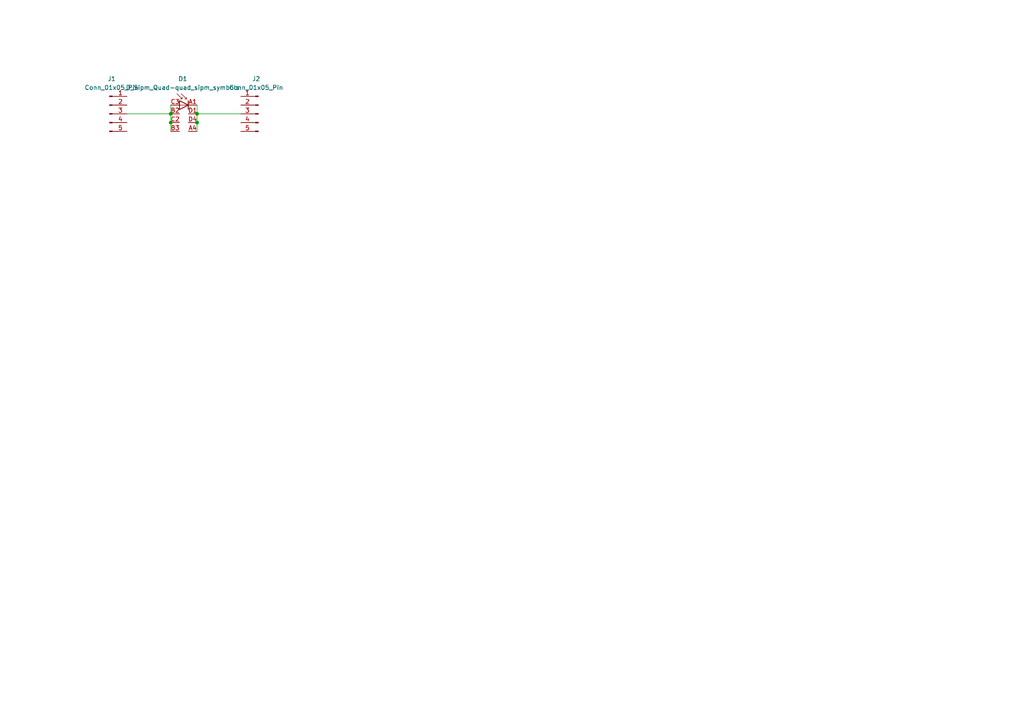
<source format=kicad_sch>
(kicad_sch (version 20230121) (generator eeschema)
  (paper "A4")
  (title_block (title "Chip Carrier for Surface Mount SiPM") (rev "1.0") (company "DarkQuest"))
  (lib_symbols
    (symbol "Connector:Conn_01x05_Pin" (pin_names (offset 1.016) hide)
      (property "Reference" "J" (at 0 7.62 0))
      (property "Value" "Conn_01x05_Pin" (at 0 -7.62 0))
      (symbol "Conn_01x05_Pin_1_1"
        (polyline (pts (xy 1.27 -5.08) (xy 0.8636 -5.08)) (stroke (width 0.1524)))
        (polyline (pts (xy 1.27 -2.54) (xy 0.8636 -2.54)) (stroke (width 0.1524)))
        (polyline (pts (xy 1.27 0) (xy 0.8636 0)) (stroke (width 0.1524)))
        (polyline (pts (xy 1.27 2.54) (xy 0.8636 2.54)) (stroke (width 0.1524)))
        (polyline (pts (xy 1.27 5.08) (xy 0.8636 5.08)) (stroke (width 0.1524)))
        (rectangle (start 0.8636 -4.953) (end 0 -5.207) (stroke (width 0.1524)) (fill (type outline)))
        (rectangle (start 0.8636 -2.413) (end 0 -2.667) (stroke (width 0.1524)) (fill (type outline)))
        (rectangle (start 0.8636 0.127) (end 0 -0.127) (stroke (width 0.1524)) (fill (type outline)))
        (rectangle (start 0.8636 2.667) (end 0 2.413) (stroke (width 0.1524)) (fill (type outline)))
        (rectangle (start 0.8636 5.207) (end 0 4.953) (stroke (width 0.1524)) (fill (type outline)))
        (pin passive line (at 5.08 5.08 180) (length 3.81) (name "Pin_1") (number "1"))
        (pin passive line (at 5.08 2.54 180) (length 3.81) (name "Pin_2") (number "2"))
        (pin passive line (at 5.08 0 180) (length 3.81) (name "Pin_3") (number "3"))
        (pin passive line (at 5.08 -2.54 180) (length 3.81) (name "Pin_4") (number "4"))
        (pin passive line (at 5.08 -5.08 180) (length 3.81) (name "Pin_5") (number "5"))
      )
    )
    (symbol "Diode:D_Sipm_Quad-quad_sipm_symbols" (pin_names hide)
      (property "Reference" "D" (at 1.27 10.16 0))
      (property "Value" "D_Sipm_Quad-quad_sipm_symbols" (at 7.62 7.62 0))
      (symbol "D_Sipm_Quad-quad_sipm_symbols_0_1"
        (polyline (pts (xy -2.54 1.27) (xy -2.54 -1.27)) (stroke (width 0.254)))
        (polyline (pts (xy -2.032 1.778) (xy -1.524 1.778)))
        (polyline (pts (xy 0 0) (xy -2.54 0)))
        (polyline (pts (xy -0.508 3.302) (xy -2.032 1.778) (xy -2.032 2.286)))
        (polyline (pts (xy 0 -1.27) (xy 0 1.27) (xy -2.54 0) (xy 0 -1.27)) (stroke (width 0.254)))
        (polyline (pts (xy 0.762 3.302) (xy -0.762 1.778) (xy -0.762 2.286) (xy -0.762 1.778) (xy -0.254 1.778)))
      )
      (symbol "D_Sipm_Quad-quad_sipm_symbols_1_1"
        (pin passive line (at -5.08 0 0) (length 2.54) (name "K") (number "A1"))
        (pin passive line (at -5.08 -7.62 0) (length 2.54) (name "K") (number "A4"))
        (pin passive line (at 2.54 -2.54 180) (length 2.54) (name "A") (number "B2"))
        (pin passive line (at 2.54 -7.62 180) (length 2.54) (name "A") (number "B3"))
        (pin passive line (at 2.54 -5.08 180) (length 2.54) (name "A") (number "C2"))
        (pin passive line (at 2.54 0 180) (length 2.54) (name "A") (number "C3"))
        (pin passive line (at -5.08 -2.54 0) (length 2.54) (name "K") (number "D1"))
        (pin passive line (at -5.08 -5.08 0) (length 2.54) (name "K") (number "D4"))
      )
    )
  )
  (junction (at 57.15 33.02))
  (junction (at 49.53 35.56))
  (junction (at 49.53 33.02))
  (junction (at 57.15 35.56))
  (wire (pts (xy 57.15 30.48) (xy 57.15 33.02)))
  (wire (pts (xy 49.53 30.48) (xy 49.53 33.02)))
  (wire (pts (xy 36.83 33.02) (xy 49.53 33.02)))
  (wire (pts (xy 57.15 33.02) (xy 57.15 35.56)))
  (wire (pts (xy 57.15 33.02) (xy 69.85 33.02)))
  (wire (pts (xy 49.53 35.56) (xy 49.53 38.1)))
  (wire (pts (xy 57.15 35.56) (xy 57.15 38.1)))
  (wire (pts (xy 49.53 33.02) (xy 49.53 35.56)))
  (symbol (lib_id "Connector:Conn_01x05_Pin") (at 74.93 33.02 0) (mirror y) (unit 1)
    (property "Reference" "J2" (at 74.295 22.86 0))
    (property "Value" "Conn_01x05_Pin" (at 74.295 25.4 0))
    (property "Footprint" "Connector_PinHeader_2.54mm:Header_connector" (effects hide))
  )
  (symbol (lib_id "Diode:D_Sipm_Quad-quad_sipm_symbols") (at 52.07 30.48 0) (mirror y) (unit 1)
    (property "Reference" "D1" (at 53.0225 22.86 0))
    (property "Value" "D_Sipm_Quad-quad_sipm_symbols" (at 53.0225 25.4 0))
    (property "Footprint" "proj:sipm_6x6_bga_SMD" (effects hide))
  )
  (symbol (lib_id "Connector:Conn_01x05_Pin") (at 31.75 33.02 0) (unit 1)
    (property "Reference" "J1" (at 32.385 22.86 0))
    (property "Value" "Conn_01x05_Pin" (at 32.385 25.4 0))
    (property "Footprint" "Connector_PinHeader_2.54mm:Header_connector" (effects hide))
  )
)
</source>
